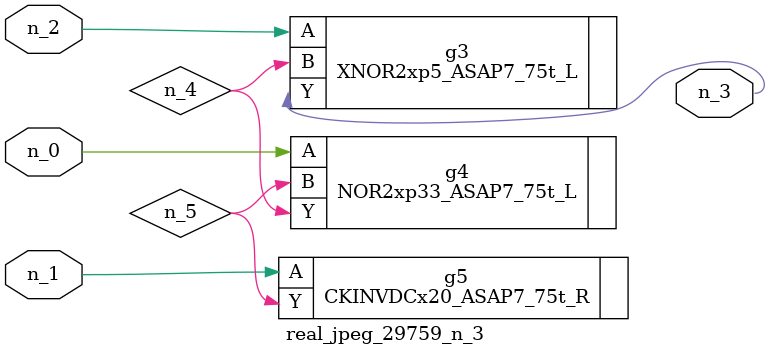
<source format=v>
module real_jpeg_29759_n_3 (n_1, n_0, n_2, n_3);

input n_1;
input n_0;
input n_2;

output n_3;

wire n_5;
wire n_4;

NOR2xp33_ASAP7_75t_L g4 ( 
.A(n_0),
.B(n_5),
.Y(n_4)
);

CKINVDCx20_ASAP7_75t_R g5 ( 
.A(n_1),
.Y(n_5)
);

XNOR2xp5_ASAP7_75t_L g3 ( 
.A(n_2),
.B(n_4),
.Y(n_3)
);


endmodule
</source>
